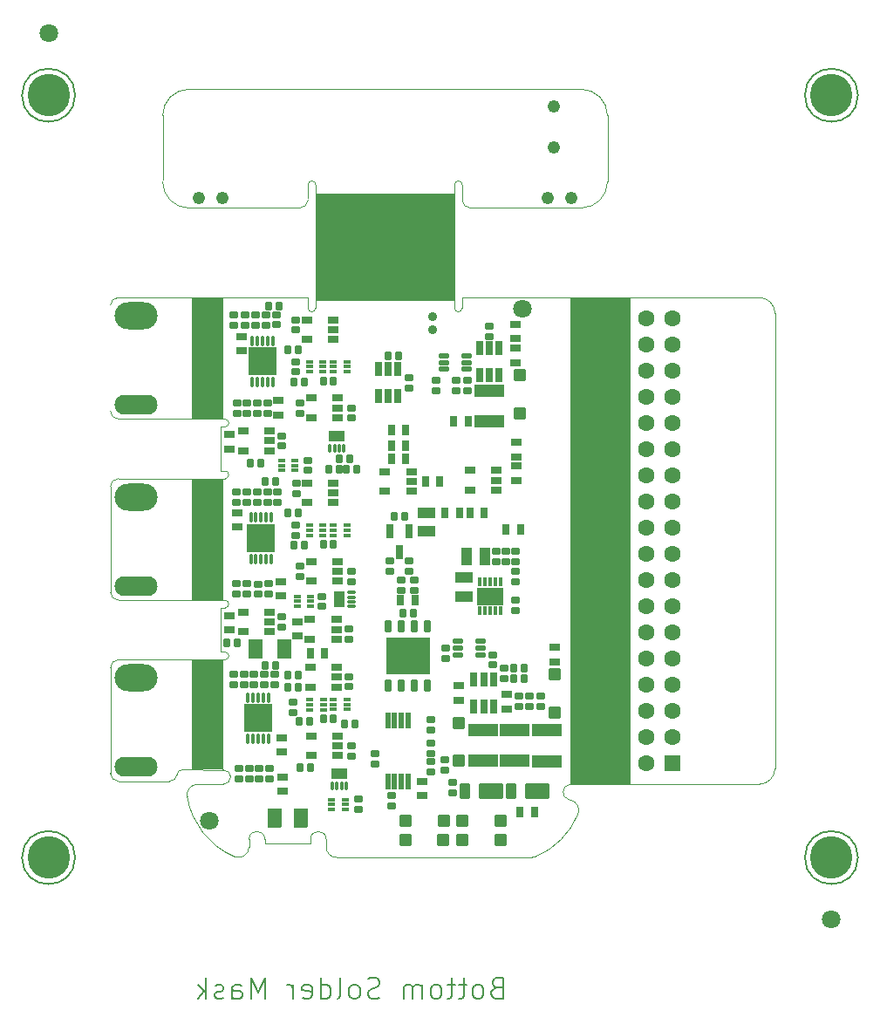
<source format=gbr>
%TF.GenerationSoftware,KiCad,Pcbnew,8.0.2*%
%TF.CreationDate,2024-10-13T20:58:59-05:00*%
%TF.ProjectId,PM1C_Rev_1_2,504d3143-5f52-4657-965f-315f322e6b69,1*%
%TF.SameCoordinates,PX297003ePY8770cd2*%
%TF.FileFunction,Soldermask,Bot*%
%TF.FilePolarity,Negative*%
%FSLAX46Y46*%
G04 Gerber Fmt 4.6, Leading zero omitted, Abs format (unit mm)*
G04 Created by KiCad (PCBNEW 8.0.2) date 2024-10-13 20:58:59*
%MOMM*%
%LPD*%
G01*
G04 APERTURE LIST*
G04 Aperture macros list*
%AMRoundRect*
0 Rectangle with rounded corners*
0 $1 Rounding radius*
0 $2 $3 $4 $5 $6 $7 $8 $9 X,Y pos of 4 corners*
0 Add a 4 corners polygon primitive as box body*
4,1,4,$2,$3,$4,$5,$6,$7,$8,$9,$2,$3,0*
0 Add four circle primitives for the rounded corners*
1,1,$1+$1,$2,$3*
1,1,$1+$1,$4,$5*
1,1,$1+$1,$6,$7*
1,1,$1+$1,$8,$9*
0 Add four rect primitives between the rounded corners*
20,1,$1+$1,$2,$3,$4,$5,0*
20,1,$1+$1,$4,$5,$6,$7,0*
20,1,$1+$1,$6,$7,$8,$9,0*
20,1,$1+$1,$8,$9,$2,$3,0*%
G04 Aperture macros list end*
%ADD10C,0.050000*%
%ADD11C,0.000000*%
%ADD12C,0.200000*%
%ADD13C,0.203000*%
%ADD14C,4.113000*%
%ADD15O,4.164000X2.640000*%
%ADD16O,4.164000X1.928800*%
%ADD17C,1.800000*%
%ADD18RoundRect,0.050000X0.750000X-0.750000X0.750000X0.750000X-0.750000X0.750000X-0.750000X-0.750000X0*%
%ADD19C,1.600000*%
%ADD20C,0.900000*%
%ADD21RoundRect,0.050000X-0.500000X0.300000X-0.500000X-0.300000X0.500000X-0.300000X0.500000X0.300000X0*%
%ADD22RoundRect,0.050000X-0.375000X0.250000X-0.375000X-0.250000X0.375000X-0.250000X0.375000X0.250000X0*%
%ADD23RoundRect,0.050000X0.500000X-0.300000X0.500000X0.300000X-0.500000X0.300000X-0.500000X-0.300000X0*%
%ADD24RoundRect,0.050000X-0.550000X0.550000X-0.550000X-0.550000X0.550000X-0.550000X0.550000X0.550000X0*%
%ADD25RoundRect,0.050000X0.300000X0.500000X-0.300000X0.500000X-0.300000X-0.500000X0.300000X-0.500000X0*%
%ADD26RoundRect,0.050000X-0.300000X-0.500000X0.300000X-0.500000X0.300000X0.500000X-0.300000X0.500000X0*%
%ADD27RoundRect,0.050000X0.375000X-0.250000X0.375000X0.250000X-0.375000X0.250000X-0.375000X-0.250000X0*%
%ADD28RoundRect,0.050000X1.350000X-0.575000X1.350000X0.575000X-1.350000X0.575000X-1.350000X-0.575000X0*%
%ADD29RoundRect,0.050000X0.775000X-0.475000X0.775000X0.475000X-0.775000X0.475000X-0.775000X-0.475000X0*%
%ADD30RoundRect,0.050000X0.250000X0.375000X-0.250000X0.375000X-0.250000X-0.375000X0.250000X-0.375000X0*%
%ADD31RoundRect,0.050000X-0.500000X-0.300000X0.500000X-0.300000X0.500000X0.300000X-0.500000X0.300000X0*%
%ADD32RoundRect,0.050000X-0.250000X-0.150000X0.250000X-0.150000X0.250000X0.150000X-0.250000X0.150000X0*%
%ADD33RoundRect,0.050000X-0.300000X0.625000X-0.300000X-0.625000X0.300000X-0.625000X0.300000X0.625000X0*%
%ADD34RoundRect,0.050000X-0.250000X-0.375000X0.250000X-0.375000X0.250000X0.375000X-0.250000X0.375000X0*%
%ADD35RoundRect,0.050000X0.600000X0.900000X-0.600000X0.900000X-0.600000X-0.900000X0.600000X-0.900000X0*%
%ADD36RoundRect,0.050000X-1.350000X0.575000X-1.350000X-0.575000X1.350000X-0.575000X1.350000X0.575000X0*%
%ADD37RoundRect,0.050000X0.550000X-0.550000X0.550000X0.550000X-0.550000X0.550000X-0.550000X-0.550000X0*%
%ADD38RoundRect,0.050000X-0.475000X-0.775000X0.475000X-0.775000X0.475000X0.775000X-0.475000X0.775000X0*%
%ADD39RoundRect,0.050000X-0.125000X0.425000X-0.125000X-0.425000X0.125000X-0.425000X0.125000X0.425000X0*%
%ADD40RoundRect,0.050000X-1.325000X1.325000X-1.325000X-1.325000X1.325000X-1.325000X1.325000X1.325000X0*%
%ADD41RoundRect,0.050000X0.300000X0.650000X-0.300000X0.650000X-0.300000X-0.650000X0.300000X-0.650000X0*%
%ADD42RoundRect,0.050000X-0.125000X0.350000X-0.125000X-0.350000X0.125000X-0.350000X0.125000X0.350000X0*%
%ADD43RoundRect,0.050000X-0.675000X0.500000X-0.675000X-0.500000X0.675000X-0.500000X0.675000X0.500000X0*%
%ADD44RoundRect,0.050000X-0.550000X-0.550000X0.550000X-0.550000X0.550000X0.550000X-0.550000X0.550000X0*%
%ADD45RoundRect,0.050000X-0.150000X0.337500X-0.150000X-0.337500X0.150000X-0.337500X0.150000X0.337500X0*%
%ADD46RoundRect,0.050000X-1.200000X0.825000X-1.200000X-0.825000X1.200000X-0.825000X1.200000X0.825000X0*%
%ADD47RoundRect,0.050000X0.550000X0.550000X-0.550000X0.550000X-0.550000X-0.550000X0.550000X-0.550000X0*%
%ADD48RoundRect,0.050000X0.425000X0.175000X-0.425000X0.175000X-0.425000X-0.175000X0.425000X-0.175000X0*%
%ADD49RoundRect,0.050000X-1.100000X-0.700000X1.100000X-0.700000X1.100000X0.700000X-1.100000X0.700000X0*%
%ADD50RoundRect,0.050000X-0.450000X-0.700000X0.450000X-0.700000X0.450000X0.700000X-0.450000X0.700000X0*%
%ADD51RoundRect,0.050000X0.300000X-0.625000X0.300000X0.625000X-0.300000X0.625000X-0.300000X-0.625000X0*%
%ADD52RoundRect,0.050000X0.635000X-0.889000X0.635000X0.889000X-0.635000X0.889000X-0.635000X-0.889000X0*%
%ADD53RoundRect,0.050000X0.250000X0.150000X-0.250000X0.150000X-0.250000X-0.150000X0.250000X-0.150000X0*%
%ADD54C,1.243000*%
%ADD55C,1.241748*%
%ADD56RoundRect,0.050000X-0.250000X0.550000X-0.250000X-0.550000X0.250000X-0.550000X0.250000X0.550000X0*%
%ADD57RoundRect,0.050000X-2.050000X1.750000X-2.050000X-1.750000X2.050000X-1.750000X2.050000X1.750000X0*%
%ADD58RoundRect,0.050000X-0.350000X-0.125000X0.350000X-0.125000X0.350000X0.125000X-0.350000X0.125000X0*%
%ADD59RoundRect,0.050000X-0.500000X-0.675000X0.500000X-0.675000X0.500000X0.675000X-0.500000X0.675000X0*%
%ADD60RoundRect,0.050000X-0.425000X-0.175000X0.425000X-0.175000X0.425000X0.175000X-0.425000X0.175000X0*%
%ADD61RoundRect,0.050000X0.225000X-0.725000X0.225000X0.725000X-0.225000X0.725000X-0.225000X-0.725000X0*%
G04 APERTURE END LIST*
D10*
X43392220Y63354860D02*
X43392220Y63354860D01*
X30946200Y11015840D02*
X30946200Y11776800D01*
X10762740Y46772960D02*
X19897190Y46772960D01*
D11*
G36*
X20929570Y52569794D02*
G01*
X17919570Y52569794D01*
X17919570Y64344860D01*
X17919570Y64349794D01*
X20929570Y64349794D01*
X20929570Y52569794D01*
G37*
G36*
X20929570Y46759794D02*
G01*
X20929570Y34989794D01*
X17919570Y34989794D01*
X17919570Y46769794D01*
X17999570Y46769794D01*
X20929570Y46759794D01*
G37*
D10*
X21099570Y34983304D02*
X19895888Y34982391D01*
X16472557Y18076186D02*
G75*
G02*
X15715740Y17402926I-756787J88708D01*
G01*
X58251240Y75591093D02*
G75*
G02*
X55711230Y73051124I-2540170J201D01*
G01*
X10000740Y46010960D02*
G75*
G02*
X10762740Y46772924I761930J34D01*
G01*
X19897210Y29186314D02*
X19897210Y29186304D01*
X31962210Y9999840D02*
X50887740Y9999840D01*
X10762740Y34984810D02*
X19897190Y34984810D01*
X23453200Y11776800D02*
X23453200Y11776800D01*
X16969160Y18517970D02*
X16969160Y18517970D01*
X54695230Y17110810D02*
X72987690Y17110810D01*
X29422200Y11776800D02*
G75*
G02*
X30946200Y11776800I762000J0D01*
G01*
X24977200Y11359840D02*
X24977200Y11776800D01*
X21099590Y46769710D02*
X19895908Y46770623D01*
X23453200Y11014800D02*
X23453200Y11776800D01*
X19897190Y34984810D02*
X19897190Y34984820D01*
X21099590Y29952307D02*
G75*
G02*
X21099591Y29187881I7780J-382213D01*
G01*
X10000740Y18164910D02*
X10000740Y28429060D01*
X21099590Y47535110D02*
X20659590Y47535110D01*
X10762740Y17402910D02*
X15715740Y17402910D01*
X19897190Y29191060D02*
X19897190Y29191060D01*
X17612805Y73049148D02*
X28407815Y73049148D01*
X20659190Y47534960D02*
X20659200Y47534960D01*
X17447910Y15938500D02*
X17447910Y15938500D01*
X21099570Y52565194D02*
G75*
G02*
X21099572Y51800794I7700J-382200D01*
G01*
X16969160Y18517970D02*
X20929013Y18514794D01*
X21099570Y52565194D02*
X19895888Y52564281D01*
X20659200Y29953070D02*
X20659570Y34217904D01*
X20897190Y46772960D02*
X19897190Y46772960D01*
X10000740Y28429060D02*
G75*
G02*
X10762740Y29191024I761930J34D01*
G01*
X10000740Y63592860D02*
G75*
G02*
X10762740Y64354824I761930J34D01*
G01*
X17612805Y73049148D02*
G75*
G02*
X15072824Y75589158I165J2540146D01*
G01*
X10762740Y17402910D02*
G75*
G02*
X10000786Y18164910I30J761984D01*
G01*
X10762740Y29191060D02*
X19897190Y29191060D01*
X29422200Y11359840D02*
X29422200Y11776800D01*
X29169815Y73811148D02*
G75*
G02*
X28407815Y73049149I-761945J-54D01*
G01*
X29168200Y74028540D02*
X29168200Y75298540D01*
X72987690Y64354860D02*
G75*
G02*
X74511736Y62830860I80J-1523966D01*
G01*
X43392220Y75298540D02*
X43392220Y75298540D01*
X54633207Y17108272D02*
G75*
G02*
X54695230Y17110796I61963J-759278D01*
G01*
X43392220Y63354860D02*
X43392220Y75298540D01*
X16472560Y18076180D02*
X16472560Y18076180D01*
X51278896Y10078155D02*
G75*
G02*
X50887740Y9999832I-391026J936939D01*
G01*
X15071180Y75806550D02*
X15071180Y82029550D01*
X17611190Y84569560D02*
X55711230Y84569560D01*
X74511690Y18634810D02*
G75*
G02*
X72987690Y17110774I-1524020J-16D01*
G01*
X21099570Y34217904D02*
X20659570Y34217904D01*
X31962210Y9999840D02*
G75*
G02*
X30946216Y11015840I160J1016154D01*
G01*
X18449570Y17099794D02*
X20928613Y17100258D01*
X58251240Y75591093D02*
X58251240Y82029550D01*
X23453200Y11014800D02*
G75*
G02*
X22046413Y10076910I-1016030J-6D01*
G01*
X29930200Y63354860D02*
X29930200Y75298540D01*
X54589435Y15594180D02*
G75*
G02*
X54633208Y17108256I105735J754614D01*
G01*
X29168200Y75298540D02*
G75*
G02*
X29930200Y75298540I381000J0D01*
G01*
X44156806Y73813815D02*
X44154220Y75298540D01*
X10762740Y34984810D02*
G75*
G02*
X10000786Y35746810I30J761984D01*
G01*
X19897210Y46768204D02*
X19897210Y46768194D01*
X74511690Y18634810D02*
X74511690Y62830860D01*
X21099570Y34983304D02*
G75*
G02*
X21099571Y34218884I7700J-382210D01*
G01*
X16472561Y18076188D02*
G75*
G02*
X16969160Y18517990I496509J-58094D01*
G01*
X10762740Y52566710D02*
X19897190Y52566710D01*
X10762740Y64354860D02*
X29168200Y64354860D01*
X44918806Y73051815D02*
G75*
G02*
X44156791Y73813815I-136J761879D01*
G01*
X30946200Y11015840D02*
X30946210Y11015840D01*
X21099590Y29953220D02*
X20659590Y29953220D01*
X20659200Y47534960D02*
X20659570Y51799794D01*
X19897190Y52566700D02*
X19897190Y52566710D01*
X55387322Y14199907D02*
G75*
G02*
X51278908Y10078131I-7042152J2910887D01*
G01*
X54589440Y15594180D02*
G75*
G02*
X55387297Y14199912I-140970J-1006086D01*
G01*
X55711230Y84569560D02*
G75*
G02*
X58251236Y82029550I-160J-2540166D01*
G01*
X21099590Y47534197D02*
G75*
G02*
X21099592Y46769791I7780J-382203D01*
G01*
X29930000Y74480000D02*
X43390000Y74480000D01*
X43390000Y64080000D01*
X29930000Y64080000D01*
X29930000Y74480000D01*
G36*
X29930000Y74480000D02*
G01*
X43390000Y74480000D01*
X43390000Y64080000D01*
X29930000Y64080000D01*
X29930000Y74480000D01*
G37*
X29168200Y63354860D02*
X29168200Y64354860D01*
X54695230Y17110800D02*
X54695230Y17110810D01*
X17447906Y15938502D02*
G75*
G02*
X18449570Y17099823I994464J154892D01*
G01*
X20929013Y18514794D02*
G75*
G02*
X21688746Y17803986I-7843J-769800D01*
G01*
X44154220Y63354860D02*
G75*
G02*
X43392220Y63354860I-381000J0D01*
G01*
X44918806Y73051815D02*
X55711230Y73051083D01*
X10762740Y52566710D02*
G75*
G02*
X10000786Y53328710I30J761984D01*
G01*
X23453200Y11776800D02*
G75*
G02*
X24977200Y11776800I762000J0D01*
G01*
X15071180Y82029550D02*
G75*
G02*
X17611190Y84569584I2540090J-56D01*
G01*
X24977200Y11359840D02*
X29422200Y11359840D01*
D11*
G36*
X60515250Y64344860D02*
G01*
X60515250Y17100810D01*
X56672720Y17108280D01*
X54633210Y17108280D01*
X54633210Y64354860D01*
X60515250Y64344860D01*
G37*
D10*
X43392220Y75298540D02*
G75*
G02*
X44154220Y75298540I381000J0D01*
G01*
X44154220Y64354860D02*
X72987690Y64354860D01*
X21099570Y51799794D02*
X20659570Y51799794D01*
X20897190Y29191070D02*
X19897190Y29191070D01*
X22046428Y10076954D02*
G75*
G02*
X17447945Y15938508I2930942J7033940D01*
G01*
X21099590Y29187820D02*
X19895908Y29188733D01*
X51278890Y10078160D02*
X51278900Y10078160D01*
X21688370Y17803838D02*
G75*
G02*
X20928613Y17100256I-759700J58356D01*
G01*
X10000740Y35746810D02*
X10000740Y46010960D01*
X44154220Y63354860D02*
X44154220Y64354860D01*
D11*
G36*
X20929570Y29189794D02*
G01*
X20929570Y18519794D01*
X17919570Y18519794D01*
X17919570Y29191060D01*
X20929570Y29189794D01*
G37*
D10*
X20659190Y29953070D02*
X20659200Y29953070D01*
X15715740Y17402910D02*
X15715740Y17402910D01*
X72987690Y64354860D02*
X72987690Y64354860D01*
X29930200Y63354860D02*
G75*
G02*
X29168200Y63354860I-381000J0D01*
G01*
X10762740Y64354860D02*
X10762740Y64354860D01*
D12*
X47455564Y-2647219D02*
X47169850Y-2742457D01*
X47169850Y-2742457D02*
X47074612Y-2837695D01*
X47074612Y-2837695D02*
X46979374Y-3028171D01*
X46979374Y-3028171D02*
X46979374Y-3313885D01*
X46979374Y-3313885D02*
X47074612Y-3504361D01*
X47074612Y-3504361D02*
X47169850Y-3599600D01*
X47169850Y-3599600D02*
X47360326Y-3694838D01*
X47360326Y-3694838D02*
X48122231Y-3694838D01*
X48122231Y-3694838D02*
X48122231Y-1694838D01*
X48122231Y-1694838D02*
X47455564Y-1694838D01*
X47455564Y-1694838D02*
X47265088Y-1790076D01*
X47265088Y-1790076D02*
X47169850Y-1885314D01*
X47169850Y-1885314D02*
X47074612Y-2075790D01*
X47074612Y-2075790D02*
X47074612Y-2266266D01*
X47074612Y-2266266D02*
X47169850Y-2456742D01*
X47169850Y-2456742D02*
X47265088Y-2551980D01*
X47265088Y-2551980D02*
X47455564Y-2647219D01*
X47455564Y-2647219D02*
X48122231Y-2647219D01*
X45836517Y-3694838D02*
X46026993Y-3599600D01*
X46026993Y-3599600D02*
X46122231Y-3504361D01*
X46122231Y-3504361D02*
X46217469Y-3313885D01*
X46217469Y-3313885D02*
X46217469Y-2742457D01*
X46217469Y-2742457D02*
X46122231Y-2551980D01*
X46122231Y-2551980D02*
X46026993Y-2456742D01*
X46026993Y-2456742D02*
X45836517Y-2361504D01*
X45836517Y-2361504D02*
X45550802Y-2361504D01*
X45550802Y-2361504D02*
X45360326Y-2456742D01*
X45360326Y-2456742D02*
X45265088Y-2551980D01*
X45265088Y-2551980D02*
X45169850Y-2742457D01*
X45169850Y-2742457D02*
X45169850Y-3313885D01*
X45169850Y-3313885D02*
X45265088Y-3504361D01*
X45265088Y-3504361D02*
X45360326Y-3599600D01*
X45360326Y-3599600D02*
X45550802Y-3694838D01*
X45550802Y-3694838D02*
X45836517Y-3694838D01*
X44598421Y-2361504D02*
X43836517Y-2361504D01*
X44312707Y-1694838D02*
X44312707Y-3409123D01*
X44312707Y-3409123D02*
X44217469Y-3599600D01*
X44217469Y-3599600D02*
X44026993Y-3694838D01*
X44026993Y-3694838D02*
X43836517Y-3694838D01*
X43455564Y-2361504D02*
X42693660Y-2361504D01*
X43169850Y-1694838D02*
X43169850Y-3409123D01*
X43169850Y-3409123D02*
X43074612Y-3599600D01*
X43074612Y-3599600D02*
X42884136Y-3694838D01*
X42884136Y-3694838D02*
X42693660Y-3694838D01*
X41741279Y-3694838D02*
X41931755Y-3599600D01*
X41931755Y-3599600D02*
X42026993Y-3504361D01*
X42026993Y-3504361D02*
X42122231Y-3313885D01*
X42122231Y-3313885D02*
X42122231Y-2742457D01*
X42122231Y-2742457D02*
X42026993Y-2551980D01*
X42026993Y-2551980D02*
X41931755Y-2456742D01*
X41931755Y-2456742D02*
X41741279Y-2361504D01*
X41741279Y-2361504D02*
X41455564Y-2361504D01*
X41455564Y-2361504D02*
X41265088Y-2456742D01*
X41265088Y-2456742D02*
X41169850Y-2551980D01*
X41169850Y-2551980D02*
X41074612Y-2742457D01*
X41074612Y-2742457D02*
X41074612Y-3313885D01*
X41074612Y-3313885D02*
X41169850Y-3504361D01*
X41169850Y-3504361D02*
X41265088Y-3599600D01*
X41265088Y-3599600D02*
X41455564Y-3694838D01*
X41455564Y-3694838D02*
X41741279Y-3694838D01*
X40217469Y-3694838D02*
X40217469Y-2361504D01*
X40217469Y-2551980D02*
X40122231Y-2456742D01*
X40122231Y-2456742D02*
X39931755Y-2361504D01*
X39931755Y-2361504D02*
X39646040Y-2361504D01*
X39646040Y-2361504D02*
X39455564Y-2456742D01*
X39455564Y-2456742D02*
X39360326Y-2647219D01*
X39360326Y-2647219D02*
X39360326Y-3694838D01*
X39360326Y-2647219D02*
X39265088Y-2456742D01*
X39265088Y-2456742D02*
X39074612Y-2361504D01*
X39074612Y-2361504D02*
X38788898Y-2361504D01*
X38788898Y-2361504D02*
X38598421Y-2456742D01*
X38598421Y-2456742D02*
X38503183Y-2647219D01*
X38503183Y-2647219D02*
X38503183Y-3694838D01*
X36122230Y-3599600D02*
X35836516Y-3694838D01*
X35836516Y-3694838D02*
X35360325Y-3694838D01*
X35360325Y-3694838D02*
X35169849Y-3599600D01*
X35169849Y-3599600D02*
X35074611Y-3504361D01*
X35074611Y-3504361D02*
X34979373Y-3313885D01*
X34979373Y-3313885D02*
X34979373Y-3123409D01*
X34979373Y-3123409D02*
X35074611Y-2932933D01*
X35074611Y-2932933D02*
X35169849Y-2837695D01*
X35169849Y-2837695D02*
X35360325Y-2742457D01*
X35360325Y-2742457D02*
X35741278Y-2647219D01*
X35741278Y-2647219D02*
X35931754Y-2551980D01*
X35931754Y-2551980D02*
X36026992Y-2456742D01*
X36026992Y-2456742D02*
X36122230Y-2266266D01*
X36122230Y-2266266D02*
X36122230Y-2075790D01*
X36122230Y-2075790D02*
X36026992Y-1885314D01*
X36026992Y-1885314D02*
X35931754Y-1790076D01*
X35931754Y-1790076D02*
X35741278Y-1694838D01*
X35741278Y-1694838D02*
X35265087Y-1694838D01*
X35265087Y-1694838D02*
X34979373Y-1790076D01*
X33836516Y-3694838D02*
X34026992Y-3599600D01*
X34026992Y-3599600D02*
X34122230Y-3504361D01*
X34122230Y-3504361D02*
X34217468Y-3313885D01*
X34217468Y-3313885D02*
X34217468Y-2742457D01*
X34217468Y-2742457D02*
X34122230Y-2551980D01*
X34122230Y-2551980D02*
X34026992Y-2456742D01*
X34026992Y-2456742D02*
X33836516Y-2361504D01*
X33836516Y-2361504D02*
X33550801Y-2361504D01*
X33550801Y-2361504D02*
X33360325Y-2456742D01*
X33360325Y-2456742D02*
X33265087Y-2551980D01*
X33265087Y-2551980D02*
X33169849Y-2742457D01*
X33169849Y-2742457D02*
X33169849Y-3313885D01*
X33169849Y-3313885D02*
X33265087Y-3504361D01*
X33265087Y-3504361D02*
X33360325Y-3599600D01*
X33360325Y-3599600D02*
X33550801Y-3694838D01*
X33550801Y-3694838D02*
X33836516Y-3694838D01*
X32026992Y-3694838D02*
X32217468Y-3599600D01*
X32217468Y-3599600D02*
X32312706Y-3409123D01*
X32312706Y-3409123D02*
X32312706Y-1694838D01*
X30407944Y-3694838D02*
X30407944Y-1694838D01*
X30407944Y-3599600D02*
X30598420Y-3694838D01*
X30598420Y-3694838D02*
X30979373Y-3694838D01*
X30979373Y-3694838D02*
X31169849Y-3599600D01*
X31169849Y-3599600D02*
X31265087Y-3504361D01*
X31265087Y-3504361D02*
X31360325Y-3313885D01*
X31360325Y-3313885D02*
X31360325Y-2742457D01*
X31360325Y-2742457D02*
X31265087Y-2551980D01*
X31265087Y-2551980D02*
X31169849Y-2456742D01*
X31169849Y-2456742D02*
X30979373Y-2361504D01*
X30979373Y-2361504D02*
X30598420Y-2361504D01*
X30598420Y-2361504D02*
X30407944Y-2456742D01*
X28693658Y-3599600D02*
X28884134Y-3694838D01*
X28884134Y-3694838D02*
X29265087Y-3694838D01*
X29265087Y-3694838D02*
X29455563Y-3599600D01*
X29455563Y-3599600D02*
X29550801Y-3409123D01*
X29550801Y-3409123D02*
X29550801Y-2647219D01*
X29550801Y-2647219D02*
X29455563Y-2456742D01*
X29455563Y-2456742D02*
X29265087Y-2361504D01*
X29265087Y-2361504D02*
X28884134Y-2361504D01*
X28884134Y-2361504D02*
X28693658Y-2456742D01*
X28693658Y-2456742D02*
X28598420Y-2647219D01*
X28598420Y-2647219D02*
X28598420Y-2837695D01*
X28598420Y-2837695D02*
X29550801Y-3028171D01*
X27741277Y-3694838D02*
X27741277Y-2361504D01*
X27741277Y-2742457D02*
X27646039Y-2551980D01*
X27646039Y-2551980D02*
X27550801Y-2456742D01*
X27550801Y-2456742D02*
X27360325Y-2361504D01*
X27360325Y-2361504D02*
X27169848Y-2361504D01*
X24979372Y-3694838D02*
X24979372Y-1694838D01*
X24979372Y-1694838D02*
X24312705Y-3123409D01*
X24312705Y-3123409D02*
X23646039Y-1694838D01*
X23646039Y-1694838D02*
X23646039Y-3694838D01*
X21836515Y-3694838D02*
X21836515Y-2647219D01*
X21836515Y-2647219D02*
X21931753Y-2456742D01*
X21931753Y-2456742D02*
X22122229Y-2361504D01*
X22122229Y-2361504D02*
X22503182Y-2361504D01*
X22503182Y-2361504D02*
X22693658Y-2456742D01*
X21836515Y-3599600D02*
X22026991Y-3694838D01*
X22026991Y-3694838D02*
X22503182Y-3694838D01*
X22503182Y-3694838D02*
X22693658Y-3599600D01*
X22693658Y-3599600D02*
X22788896Y-3409123D01*
X22788896Y-3409123D02*
X22788896Y-3218647D01*
X22788896Y-3218647D02*
X22693658Y-3028171D01*
X22693658Y-3028171D02*
X22503182Y-2932933D01*
X22503182Y-2932933D02*
X22026991Y-2932933D01*
X22026991Y-2932933D02*
X21836515Y-2837695D01*
X20979372Y-3599600D02*
X20788896Y-3694838D01*
X20788896Y-3694838D02*
X20407944Y-3694838D01*
X20407944Y-3694838D02*
X20217467Y-3599600D01*
X20217467Y-3599600D02*
X20122229Y-3409123D01*
X20122229Y-3409123D02*
X20122229Y-3313885D01*
X20122229Y-3313885D02*
X20217467Y-3123409D01*
X20217467Y-3123409D02*
X20407944Y-3028171D01*
X20407944Y-3028171D02*
X20693658Y-3028171D01*
X20693658Y-3028171D02*
X20884134Y-2932933D01*
X20884134Y-2932933D02*
X20979372Y-2742457D01*
X20979372Y-2742457D02*
X20979372Y-2647219D01*
X20979372Y-2647219D02*
X20884134Y-2456742D01*
X20884134Y-2456742D02*
X20693658Y-2361504D01*
X20693658Y-2361504D02*
X20407944Y-2361504D01*
X20407944Y-2361504D02*
X20217467Y-2456742D01*
X19265086Y-3694838D02*
X19265086Y-1694838D01*
X19074610Y-2932933D02*
X18503181Y-3694838D01*
X18503181Y-2361504D02*
X19265086Y-3123409D01*
D13*
%TO.C,M5*%
X6564600Y9991540D02*
G75*
G02*
X1414600Y9991540I-2575000J0D01*
G01*
X1414600Y9991540D02*
G75*
G02*
X6564600Y9991540I2575000J0D01*
G01*
%TO.C,M6*%
X82564600Y9991540D02*
G75*
G02*
X77414600Y9991540I-2575000J0D01*
G01*
X77414600Y9991540D02*
G75*
G02*
X82564600Y9991540I2575000J0D01*
G01*
%TO.C,M3*%
X82564600Y83991540D02*
G75*
G02*
X77414600Y83991540I-2575000J0D01*
G01*
X77414600Y83991540D02*
G75*
G02*
X82564600Y83991540I2575000J0D01*
G01*
%TO.C,M4*%
X6564600Y83991540D02*
G75*
G02*
X1414600Y83991540I-2575000J0D01*
G01*
X1414600Y83991540D02*
G75*
G02*
X6564600Y83991540I2575000J0D01*
G01*
%TD*%
D14*
%TO.C,M5*%
X3999600Y9991540D03*
%TD*%
%TO.C,M6*%
X79999600Y9991540D03*
%TD*%
D15*
%TO.C,BAT2*%
X12528200Y45005150D03*
D16*
X12528200Y36362750D03*
%TD*%
D14*
%TO.C,M3*%
X79999600Y83991540D03*
%TD*%
D17*
%TO.C,REF\u002A\u002A*%
X3999570Y89999794D03*
%TD*%
D14*
%TO.C,M4*%
X3999600Y83991540D03*
%TD*%
D15*
%TO.C,BAT1*%
X12511180Y62601390D03*
D16*
X12511180Y53958990D03*
%TD*%
D18*
%TO.C,H1*%
X64517200Y19142830D03*
D19*
X61977200Y19142830D03*
X64517200Y21682830D03*
X61977200Y21682830D03*
X64517200Y24222830D03*
X61977200Y24222830D03*
X64517200Y26762830D03*
X61977200Y26762830D03*
X64517200Y29302830D03*
X61977200Y29302830D03*
X64517200Y31842830D03*
X61977200Y31842830D03*
X64517200Y34382830D03*
X61977200Y34382830D03*
X64517200Y36922830D03*
X61977200Y36922830D03*
X64517200Y39462830D03*
X61977200Y39462830D03*
X64517200Y42002830D03*
X61977200Y42002830D03*
X64517200Y44542830D03*
X61977200Y44542830D03*
X64517200Y47082830D03*
X61977200Y47082830D03*
X64517200Y49622830D03*
X61977200Y49622830D03*
X64517200Y52162830D03*
X61977200Y52162830D03*
X64517200Y54702830D03*
X61977200Y54702830D03*
X64517200Y57242830D03*
X61977200Y57242830D03*
X64517200Y59782830D03*
X61977200Y59782830D03*
X64517200Y62322830D03*
X61977200Y62322830D03*
%TD*%
D15*
%TO.C,BAT3*%
X12528200Y27428350D03*
D16*
X12528200Y18785950D03*
%TD*%
D20*
%TO.C,RV1*%
X41234900Y61265290D03*
X41234900Y62535290D03*
%TD*%
D21*
%TO.C,C46*%
X48477200Y24415340D03*
X48477200Y25815340D03*
%TD*%
D22*
%TO.C,R91*%
X21952670Y27763424D03*
X21952670Y26763424D03*
%TD*%
D23*
%TO.C,R97*%
X26664570Y21634794D03*
X26664570Y20234794D03*
%TD*%
D24*
%TO.C,D10*%
X49702200Y53115350D03*
X49702200Y56815350D03*
%TD*%
D25*
%TO.C,R29*%
X49777200Y14400350D03*
X51177200Y14400350D03*
%TD*%
D26*
%TO.C,C52*%
X38677200Y49990350D03*
X37277200Y49990350D03*
%TD*%
D27*
%TO.C,C50*%
X49304200Y36765350D03*
X49304200Y37765350D03*
%TD*%
%TO.C,R107*%
X41127200Y22390350D03*
X41127200Y23390350D03*
%TD*%
D23*
%TO.C,C70*%
X26569570Y36779794D03*
X26569570Y35379794D03*
%TD*%
D27*
%TO.C,R9*%
X38252200Y35890350D03*
X38252200Y36890350D03*
%TD*%
D22*
%TO.C,C73*%
X24329570Y36549794D03*
X24329570Y35549794D03*
%TD*%
D28*
%TO.C,C42*%
X52402200Y22340340D03*
X52402200Y19340350D03*
%TD*%
D22*
%TO.C,R53*%
X26627200Y50940350D03*
X26627200Y49940350D03*
%TD*%
D23*
%TO.C,C60*%
X21584570Y51074794D03*
X21584570Y49674794D03*
%TD*%
D27*
%TO.C,R106*%
X41127200Y20065350D03*
X41127200Y21065350D03*
%TD*%
D22*
%TO.C,R59*%
X21984570Y62679794D03*
X21984570Y61679794D03*
%TD*%
D29*
%TO.C,C48*%
X44329200Y37165350D03*
X44329200Y35365350D03*
%TD*%
D30*
%TO.C,C45*%
X50164600Y28389710D03*
X49164600Y28389710D03*
%TD*%
D27*
%TO.C,C5*%
X39002200Y55565350D03*
X39002200Y56565350D03*
%TD*%
D26*
%TO.C,R39*%
X49827200Y41815350D03*
X48427200Y41815350D03*
%TD*%
D31*
%TO.C,U33*%
X31656480Y46344550D03*
X31656480Y45394550D03*
X31656480Y44444550D03*
X29056480Y44444550D03*
X29056480Y46344550D03*
%TD*%
D32*
%TO.C,U23*%
X27902200Y48565350D03*
X27902200Y48065350D03*
X27902200Y47565350D03*
X26602200Y47565350D03*
X26602200Y48065350D03*
X26602200Y48565350D03*
%TD*%
D26*
%TO.C,R50*%
X44727200Y52315350D03*
X43327200Y52315350D03*
%TD*%
D27*
%TO.C,C58*%
X46777200Y60565350D03*
X46777200Y61565350D03*
%TD*%
D22*
%TO.C,R113*%
X43227200Y17290350D03*
X43227200Y16290350D03*
%TD*%
D21*
%TO.C,R67*%
X22719570Y59179794D03*
X22719570Y60579794D03*
%TD*%
D22*
%TO.C,R80*%
X27977200Y42288350D03*
X27977200Y41288350D03*
%TD*%
D27*
%TO.C,C83*%
X25950690Y26763394D03*
X25950690Y27763394D03*
%TD*%
D33*
%TO.C,U1*%
X37927200Y54765340D03*
X36977200Y54765340D03*
X36027200Y54765340D03*
X36027200Y57415340D03*
X36977200Y57415340D03*
X37927200Y57415340D03*
%TD*%
D27*
%TO.C,C71*%
X28034570Y45344794D03*
X28034570Y46344794D03*
%TD*%
D31*
%TO.C,U30*%
X25464570Y33813230D03*
X25464570Y32863230D03*
X25464570Y31913230D03*
X22864570Y31913230D03*
X22864570Y33813230D03*
%TD*%
D26*
%TO.C,R11*%
X39577210Y34957030D03*
X38177210Y34957030D03*
%TD*%
D27*
%TO.C,R60*%
X33377200Y52640600D03*
X33377200Y53640600D03*
%TD*%
D34*
%TO.C,C3*%
X38377210Y33757030D03*
X39377210Y33757030D03*
%TD*%
D23*
%TO.C,C61*%
X26327300Y54340600D03*
X26327300Y52940600D03*
%TD*%
D35*
%TO.C,F1*%
X24052200Y30215350D03*
X26852200Y30215350D03*
%TD*%
D22*
%TO.C,R70*%
X26627200Y33363350D03*
X26627200Y32363350D03*
%TD*%
D27*
%TO.C,R35*%
X49627200Y24640350D03*
X49627200Y25640350D03*
%TD*%
%TO.C,R74*%
X30552200Y34365350D03*
X30552200Y35365350D03*
%TD*%
%TO.C,C62*%
X27977200Y61190350D03*
X27977200Y62190350D03*
%TD*%
D36*
%TO.C,C56*%
X46777200Y52315360D03*
X46777200Y55315350D03*
%TD*%
D22*
%TO.C,R12*%
X39527200Y36890350D03*
X39527200Y35890350D03*
%TD*%
D27*
%TO.C,R79*%
X25389570Y35559794D03*
X25389570Y36559794D03*
%TD*%
D22*
%TO.C,R52*%
X41650390Y56340350D03*
X41650390Y55340350D03*
%TD*%
%TO.C,R95*%
X27750000Y25070000D03*
X27750000Y24070000D03*
%TD*%
D28*
%TO.C,C41*%
X46202200Y22365340D03*
X46202200Y19365350D03*
%TD*%
D34*
%TO.C,R88*%
X32719570Y22994794D03*
X33719570Y22994794D03*
%TD*%
D37*
%TO.C,D6*%
X43852200Y23065340D03*
X43852200Y19365340D03*
%TD*%
D38*
%TO.C,C47*%
X46379200Y39215350D03*
X44579200Y39215350D03*
%TD*%
D23*
%TO.C,R31*%
X53152200Y30390350D03*
X53152200Y28990350D03*
%TD*%
D39*
%TO.C,U44*%
X25317220Y21524794D03*
X24817220Y21524794D03*
X24317220Y21524794D03*
X23817220Y21524794D03*
X23317220Y21524794D03*
X23317220Y25524794D03*
X23817220Y25524794D03*
X24317220Y25524794D03*
X24817220Y25524794D03*
X25317220Y25524794D03*
D40*
X24317220Y23524794D03*
%TD*%
D32*
%TO.C,U24*%
X32963280Y58140350D03*
X32963280Y57640350D03*
X32963280Y57140350D03*
X31663280Y57140350D03*
X31663280Y57640350D03*
X31663280Y58140350D03*
%TD*%
D27*
%TO.C,R41*%
X49304200Y38690350D03*
X49304200Y39690350D03*
%TD*%
D30*
%TO.C,C67*%
X26349570Y63514794D03*
X25349570Y63514794D03*
%TD*%
%TO.C,R87*%
X31652200Y23465350D03*
X30652200Y23465350D03*
%TD*%
%TO.C,R34*%
X50164600Y27364700D03*
X49164600Y27364700D03*
%TD*%
D41*
%TO.C,U2*%
X37127200Y41655350D03*
X39027200Y41655350D03*
X38077200Y39625350D03*
%TD*%
D22*
%TO.C,R30*%
X51752200Y25640340D03*
X51752200Y24640340D03*
%TD*%
D42*
%TO.C,U27*%
X32652200Y49727000D03*
X32202200Y49727000D03*
X31752200Y49727000D03*
X31302200Y49727000D03*
D43*
X31977200Y50877000D03*
%TD*%
D34*
%TO.C,C66*%
X32202200Y48727920D03*
X33202200Y48727920D03*
%TD*%
D27*
%TO.C,R56*%
X28377200Y53140350D03*
X28377200Y54140350D03*
%TD*%
D44*
%TO.C,D9*%
X47852200Y13600350D03*
X44152200Y13600350D03*
%TD*%
D39*
%TO.C,U36*%
X25625350Y39004794D03*
X25125350Y39004794D03*
X24625350Y39004794D03*
X24125350Y39004794D03*
X23625350Y39004794D03*
X23625350Y43004794D03*
X24125350Y43004794D03*
X24625350Y43004794D03*
X25125350Y43004794D03*
X25625350Y43004794D03*
D40*
X24625350Y41004794D03*
%TD*%
D27*
%TO.C,C102*%
X42544600Y29339700D03*
X42544600Y30339700D03*
%TD*%
D34*
%TO.C,R90*%
X27227200Y26536350D03*
X28227200Y26536350D03*
%TD*%
D31*
%TO.C,U25*%
X31656480Y62196550D03*
X31656480Y61246550D03*
X31656480Y60296550D03*
X29056480Y60296550D03*
X29056480Y62196550D03*
%TD*%
D45*
%TO.C,U16*%
X47883200Y33965350D03*
X47383200Y33965350D03*
X46883200Y33965350D03*
X46383200Y33965350D03*
X45883200Y33965350D03*
X45883200Y36765350D03*
X46383200Y36765350D03*
X46883200Y36765350D03*
X47383200Y36765350D03*
X47883200Y36765350D03*
D46*
X46883200Y35365350D03*
%TD*%
D27*
%TO.C,R92*%
X33377200Y19861600D03*
X33377200Y20861600D03*
%TD*%
D25*
%TO.C,C51*%
X37277200Y48727920D03*
X38677200Y48727920D03*
%TD*%
D27*
%TO.C,R68*%
X24079570Y61679794D03*
X24079570Y62679794D03*
%TD*%
D23*
%TO.C,C78*%
X26739570Y17814794D03*
X26739570Y16414794D03*
%TD*%
D27*
%TO.C,R43*%
X49329200Y33965350D03*
X49329200Y34965350D03*
%TD*%
D21*
%TO.C,R82*%
X22284570Y42079794D03*
X22284570Y43479794D03*
%TD*%
D30*
%TO.C,R72*%
X31652200Y40390350D03*
X30652200Y40390350D03*
%TD*%
D27*
%TO.C,R83*%
X24250350Y44454794D03*
X24250350Y45454794D03*
%TD*%
D22*
%TO.C,R33*%
X50702200Y25640340D03*
X50702200Y24640340D03*
%TD*%
D27*
%TO.C,R115*%
X42427200Y18450350D03*
X42427200Y19450350D03*
%TD*%
%TO.C,R98*%
X23950570Y26763294D03*
X23950570Y27763294D03*
%TD*%
D47*
%TO.C,D7*%
X38652200Y13600350D03*
X42352200Y13600350D03*
%TD*%
D21*
%TO.C,R38*%
X28177200Y31475350D03*
X28177200Y32875350D03*
%TD*%
D31*
%TO.C,U26*%
X32070490Y54590350D03*
X32070490Y53640350D03*
X32070490Y52690350D03*
X29470490Y52690350D03*
X29470490Y54590350D03*
%TD*%
D30*
%TO.C,R71*%
X22324570Y30799794D03*
X21324570Y30799794D03*
%TD*%
D27*
%TO.C,R62*%
X25277410Y53140600D03*
X25277410Y54140600D03*
%TD*%
%TO.C,C57*%
X44652200Y55340350D03*
X44652200Y56340350D03*
%TD*%
D22*
%TO.C,C6*%
X37252200Y16019560D03*
X37252200Y15019560D03*
%TD*%
%TO.C,C65*%
X23277410Y54140600D03*
X23277410Y53140600D03*
%TD*%
D31*
%TO.C,U18*%
X39249600Y47434700D03*
X39249600Y46484700D03*
X39249600Y45534700D03*
X36649600Y45534700D03*
X36649600Y47434700D03*
%TD*%
D23*
%TO.C,C54*%
X49402200Y48012140D03*
X49402200Y46612140D03*
%TD*%
D48*
%TO.C,U51*%
X43734600Y29689700D03*
X43734600Y30339700D03*
X43734600Y30989700D03*
X45934600Y30989700D03*
X45934600Y30339650D03*
X45934600Y29689700D03*
%TD*%
D22*
%TO.C,R108*%
X33177320Y27565350D03*
X33177320Y26565350D03*
%TD*%
D23*
%TO.C,R13*%
X40277200Y17390350D03*
X40277200Y15990350D03*
%TD*%
D22*
%TO.C,C2*%
X39027200Y38815350D03*
X39027200Y37815350D03*
%TD*%
D49*
%TO.C,D5*%
X51439700Y16465350D03*
D50*
X48889700Y16465350D03*
%TD*%
D23*
%TO.C,C43*%
X43852200Y26690350D03*
X43852200Y25290350D03*
%TD*%
D42*
%TO.C,U43*%
X32902200Y16948000D03*
X32452200Y16948000D03*
X32002200Y16948000D03*
X31552200Y16948000D03*
D43*
X32227200Y18098000D03*
%TD*%
D32*
%TO.C,U31*%
X29460980Y35365340D03*
X29460980Y34865340D03*
X29460980Y34365340D03*
X28160980Y34365340D03*
X28160980Y34865340D03*
X28160980Y35365340D03*
%TD*%
D25*
%TO.C,C49*%
X29402200Y29800350D03*
X30802200Y29800350D03*
%TD*%
D22*
%TO.C,R40*%
X47454200Y39690350D03*
X47454200Y38690350D03*
%TD*%
D26*
%TO.C,R45*%
X41977200Y46490350D03*
X40577200Y46490350D03*
%TD*%
D34*
%TO.C,R58*%
X27227200Y59315350D03*
X28227200Y59315350D03*
%TD*%
D30*
%TO.C,R66*%
X32202200Y47690350D03*
X31202200Y47690350D03*
%TD*%
D27*
%TO.C,R1*%
X48219600Y27364700D03*
X48219600Y28364700D03*
%TD*%
D22*
%TO.C,C64*%
X24277410Y54140600D03*
X24277410Y53140600D03*
%TD*%
%TO.C,C4*%
X37127200Y38815350D03*
X37127200Y37815350D03*
%TD*%
D27*
%TO.C,R65*%
X26149570Y61699794D03*
X26149570Y62699794D03*
%TD*%
D34*
%TO.C,R75*%
X27227200Y43463350D03*
X28227200Y43463350D03*
%TD*%
D32*
%TO.C,U32*%
X32963280Y42288350D03*
X32963280Y41788350D03*
X32963280Y41288350D03*
X31663280Y41288350D03*
X31663280Y41788350D03*
X31663280Y42288350D03*
%TD*%
D29*
%TO.C,R104*%
X40652200Y43465350D03*
X40652200Y41665350D03*
%TD*%
D22*
%TO.C,C74*%
X23277410Y36563600D03*
X23277410Y35563600D03*
%TD*%
D31*
%TO.C,U17*%
X31977200Y33090350D03*
X31977200Y32140350D03*
X31977200Y31190350D03*
X29377200Y31190350D03*
X29377200Y33090350D03*
%TD*%
D23*
%TO.C,R47*%
X49402200Y50287140D03*
X49402200Y48887140D03*
%TD*%
D22*
%TO.C,C76*%
X25250350Y45456794D03*
X25250350Y44456794D03*
%TD*%
D30*
%TO.C,R10*%
X38577200Y43090350D03*
X37577200Y43090350D03*
%TD*%
D25*
%TO.C,C53*%
X44877200Y43487140D03*
X46277200Y43487140D03*
%TD*%
D51*
%TO.C,U15*%
X45277200Y27290350D03*
X46227200Y27290350D03*
X47177200Y27290350D03*
X47177200Y24640350D03*
X46227200Y24640350D03*
X45277200Y24640350D03*
%TD*%
D27*
%TO.C,R51*%
X43577200Y55340350D03*
X43577200Y56340350D03*
%TD*%
D26*
%TO.C,R46*%
X38677200Y51465350D03*
X37277200Y51465350D03*
%TD*%
D30*
%TO.C,C79*%
X28227200Y27715350D03*
X27227200Y27715350D03*
%TD*%
D28*
%TO.C,C40*%
X49256200Y22365340D03*
X49256200Y19365350D03*
%TD*%
D49*
%TO.C,D8*%
X46952200Y16465350D03*
D50*
X44402200Y16465350D03*
%TD*%
D17*
%TO.C,FID9*%
X79999600Y3991540D03*
%TD*%
D31*
%TO.C,U41*%
X31981480Y28442550D03*
X31981480Y27492550D03*
X31981480Y26542550D03*
X29381480Y26542550D03*
X29381480Y28442550D03*
%TD*%
D52*
%TO.C,NF2*%
X28481561Y13813707D03*
%TD*%
D23*
%TO.C,C69*%
X21584570Y33494794D03*
X21584570Y32094794D03*
%TD*%
D30*
%TO.C,R55*%
X31652200Y56215350D03*
X30652200Y56215350D03*
%TD*%
D33*
%TO.C,U20*%
X47727200Y56790350D03*
X46777200Y56790350D03*
X45827200Y56790350D03*
X45827200Y59440350D03*
X46777200Y59440350D03*
X47727200Y59440350D03*
%TD*%
D27*
%TO.C,R93*%
X22504570Y17634794D03*
X22504570Y18634794D03*
%TD*%
D17*
%TO.C,FID13*%
X19564570Y13604794D03*
%TD*%
D52*
%TO.C,NF1*%
X25956344Y13800486D03*
%TD*%
D24*
%TO.C,D4*%
X53152200Y24090340D03*
X53152200Y27790340D03*
%TD*%
D53*
%TO.C,U45*%
X29352200Y24336350D03*
X29352200Y24836350D03*
X29352200Y25336350D03*
X30652200Y25336350D03*
X30652200Y24836350D03*
X30652200Y24336350D03*
%TD*%
D27*
%TO.C,C63*%
X23034570Y61679794D03*
X23034570Y62679794D03*
%TD*%
D53*
%TO.C,U37*%
X29327200Y41288350D03*
X29327200Y41788350D03*
X29327200Y42288350D03*
X30627200Y42288350D03*
X30627200Y41788350D03*
X30627200Y41288350D03*
%TD*%
D54*
%TO.C,J1*%
X54749600Y74029700D03*
X52459600Y74029700D03*
X20859600Y74029700D03*
D55*
X18572137Y74027305D03*
D54*
X53039600Y78929700D03*
X53034600Y82929700D03*
%TD*%
D32*
%TO.C,U40*%
X32963280Y25361350D03*
X32963280Y24861350D03*
X32963280Y24361350D03*
X31663280Y24361350D03*
X31663280Y24861350D03*
X31663280Y25361350D03*
%TD*%
D22*
%TO.C,C84*%
X24950570Y27763294D03*
X24950570Y26763294D03*
%TD*%
D27*
%TO.C,C72*%
X23250350Y44454924D03*
X23250350Y45454924D03*
%TD*%
D31*
%TO.C,U34*%
X32070490Y38738350D03*
X32070490Y37788350D03*
X32070490Y36838350D03*
X29470490Y36838350D03*
X29470490Y38738350D03*
%TD*%
D30*
%TO.C,R64*%
X33927200Y47665350D03*
X32927200Y47665350D03*
%TD*%
D34*
%TO.C,R99*%
X28352200Y23215350D03*
X29352200Y23215350D03*
%TD*%
D27*
%TO.C,R89*%
X34077200Y14640350D03*
X34077200Y15640350D03*
%TD*%
D56*
%TO.C,U3*%
X40782210Y26662030D03*
X39512210Y26662030D03*
X38242210Y26662030D03*
X36972210Y26662030D03*
X36972210Y32472030D03*
X38242210Y32472030D03*
X39512210Y32472030D03*
X40782210Y32472030D03*
D57*
X38877210Y29567030D03*
%TD*%
D31*
%TO.C,U19*%
X47477200Y47562140D03*
X47477200Y46612140D03*
X47477200Y45662140D03*
X44877200Y45662140D03*
X44877200Y47562140D03*
%TD*%
D34*
%TO.C,C1*%
X36952200Y58715350D03*
X37952200Y58715350D03*
%TD*%
D58*
%TO.C,U35*%
X33377200Y35713230D03*
X33377200Y35263230D03*
X33377200Y34813230D03*
X33377200Y34363230D03*
D59*
X32227200Y35038230D03*
%TD*%
D53*
%TO.C,U29*%
X29327200Y57140350D03*
X29327200Y57640350D03*
X29327200Y58140350D03*
X30627200Y58140350D03*
X30627200Y57640350D03*
X30627200Y57140350D03*
%TD*%
D22*
%TO.C,R117*%
X35677200Y20065350D03*
X35677200Y19065350D03*
%TD*%
D27*
%TO.C,R44*%
X33177200Y31207030D03*
X33177200Y32207030D03*
%TD*%
D23*
%TO.C,R49*%
X49302200Y61765350D03*
X49302200Y60365350D03*
%TD*%
D27*
%TO.C,R94*%
X25464570Y17629794D03*
X25464570Y18629794D03*
%TD*%
D22*
%TO.C,R76*%
X22252450Y45454924D03*
X22252450Y44454924D03*
%TD*%
D30*
%TO.C,R81*%
X26057720Y46481238D03*
X25057720Y46481238D03*
%TD*%
D17*
%TO.C,FID14*%
X49999600Y63241540D03*
%TD*%
D31*
%TO.C,U42*%
X32070490Y21811350D03*
X32070490Y20861350D03*
X32070490Y19911350D03*
X29470490Y19911350D03*
X29470490Y21811350D03*
%TD*%
D27*
%TO.C,R78*%
X22224570Y35559794D03*
X22224570Y36559794D03*
%TD*%
D60*
%TO.C,U21*%
X44569600Y58699700D03*
X44569600Y58049700D03*
X44569600Y57399700D03*
X42369600Y57399700D03*
X42369600Y58049750D03*
X42369600Y58699700D03*
%TD*%
D30*
%TO.C,R96*%
X25999570Y28614794D03*
X24999570Y28614794D03*
%TD*%
D27*
%TO.C,R73*%
X28377200Y37290350D03*
X28377200Y38290350D03*
%TD*%
D32*
%TO.C,U39*%
X32777200Y15636350D03*
X32777200Y15136350D03*
X32777200Y14636350D03*
X31477200Y14636350D03*
X31477200Y15136350D03*
X31477200Y15636350D03*
%TD*%
D27*
%TO.C,R42*%
X48379200Y38690350D03*
X48379200Y39690350D03*
%TD*%
D22*
%TO.C,C82*%
X23484570Y18629794D03*
X23484570Y17629794D03*
%TD*%
D27*
%TO.C,R116*%
X41127200Y18290350D03*
X41127200Y19290350D03*
%TD*%
D26*
%TO.C,R48*%
X43877200Y43465350D03*
X42477200Y43465350D03*
%TD*%
D27*
%TO.C,R57*%
X29181490Y47565350D03*
X29181490Y48565350D03*
%TD*%
D22*
%TO.C,R36*%
X47134600Y29689700D03*
X47134600Y28689700D03*
%TD*%
D39*
%TO.C,U28*%
X25760350Y56169794D03*
X25260350Y56169794D03*
X24760350Y56169794D03*
X24260350Y56169794D03*
X23760350Y56169794D03*
X23760350Y60169794D03*
X24260350Y60169794D03*
X24760350Y60169794D03*
X25260350Y60169794D03*
X25760350Y60169794D03*
D40*
X24760350Y58169794D03*
%TD*%
D27*
%TO.C,C80*%
X22950570Y26763424D03*
X22950570Y27763424D03*
%TD*%
D31*
%TO.C,U22*%
X25469570Y51394794D03*
X25469570Y50444794D03*
X25469570Y49494794D03*
X22869570Y49494794D03*
X22869570Y51394794D03*
%TD*%
D23*
%TO.C,C55*%
X49302200Y59440350D03*
X49302200Y58040350D03*
%TD*%
D27*
%TO.C,R61*%
X22277290Y53140600D03*
X22277290Y54140600D03*
%TD*%
D22*
%TO.C,R63*%
X27977200Y58140350D03*
X27977200Y57140350D03*
%TD*%
D27*
%TO.C,C75*%
X26219570Y44464794D03*
X26219570Y45464794D03*
%TD*%
D44*
%TO.C,D1*%
X42327200Y11700350D03*
X38627200Y11700350D03*
%TD*%
D34*
%TO.C,R110*%
X28419570Y18694794D03*
X29419570Y18694794D03*
%TD*%
D22*
%TO.C,C81*%
X24454570Y18629794D03*
X24454570Y17629794D03*
%TD*%
D30*
%TO.C,R84*%
X28852200Y40288350D03*
X27852200Y40288350D03*
%TD*%
D47*
%TO.C,D3*%
X44152200Y11700350D03*
X47852200Y11700350D03*
%TD*%
D30*
%TO.C,R54*%
X24552200Y48290350D03*
X23552200Y48290350D03*
%TD*%
D61*
%TO.C,U4*%
X36927200Y23294560D03*
X37577200Y23294560D03*
X38227200Y23294560D03*
X38877200Y23294560D03*
X38877200Y17394560D03*
X38227200Y17394560D03*
X37577200Y17394560D03*
X36927200Y17394560D03*
%TD*%
D30*
%TO.C,R69*%
X28838630Y56140350D03*
X27838630Y56140350D03*
%TD*%
D27*
%TO.C,R77*%
X33377200Y36788600D03*
X33377200Y37788600D03*
%TD*%
D22*
%TO.C,C68*%
X25119570Y62679794D03*
X25119570Y61679794D03*
%TD*%
M02*

</source>
